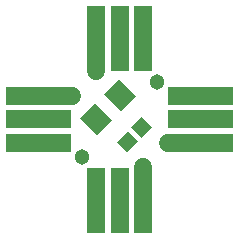
<source format=gbr>
G04 EAGLE Gerber RS-274X export*
G75*
%MOMM*%
%FSLAX34Y34*%
%LPD*%
%INSoldermask Top*%
%IPPOS*%
%AMOC8*
5,1,8,0,0,1.08239X$1,22.5*%
G01*
%ADD10C,1.303200*%
%ADD11C,1.500000*%
%ADD12R,1.609600X1.609600*%
%ADD13R,5.200000X1.500000*%
%ADD14R,1.500000X5.200000*%
%ADD15R,1.803200X2.006200*%
%ADD16C,1.422400*%
%ADD17R,1.303200X1.203200*%


D10*
X133350Y133350D03*
X69850Y69850D03*
D11*
X61020Y121600D02*
X60520Y121600D01*
D12*
X53020Y121600D03*
X33020Y121600D03*
X13020Y121600D03*
X53020Y101600D03*
X33020Y101600D03*
X13020Y101600D03*
X53020Y81600D03*
X33020Y81600D03*
X13020Y81600D03*
D13*
X33020Y121600D03*
X33020Y101600D03*
X33020Y81600D03*
D11*
X142180Y81600D02*
X142680Y81600D01*
D12*
X150180Y81600D03*
X170180Y81600D03*
X190180Y81600D03*
X150180Y101600D03*
X170180Y101600D03*
X190180Y101600D03*
X150180Y121600D03*
X170180Y121600D03*
X190180Y121600D03*
D13*
X170180Y81600D03*
X170180Y101600D03*
X170180Y121600D03*
D11*
X121600Y61020D02*
X121600Y60520D01*
D12*
X121600Y53020D03*
X121600Y33020D03*
X121600Y13020D03*
X101600Y53020D03*
X101600Y33020D03*
X101600Y13020D03*
X81600Y53020D03*
X81600Y33020D03*
X81600Y13020D03*
D14*
X81600Y33020D03*
X101600Y33020D03*
X121600Y33020D03*
D11*
X81600Y142180D02*
X81600Y142680D01*
D12*
X81600Y150180D03*
X81600Y170180D03*
X81600Y190180D03*
X101600Y150180D03*
X101600Y170180D03*
X101600Y190180D03*
X121600Y150180D03*
X121600Y170180D03*
X121600Y190180D03*
D14*
X121600Y170180D03*
X101600Y170180D03*
X81600Y170180D03*
D15*
G36*
X94853Y100988D02*
X82102Y88237D01*
X67917Y102422D01*
X80668Y115173D01*
X94853Y100988D01*
G37*
G36*
X114963Y121098D02*
X102212Y108347D01*
X88027Y122532D01*
X100778Y135283D01*
X114963Y121098D01*
G37*
D16*
X82460Y102780D03*
X100420Y120740D03*
D17*
G36*
X111449Y94557D02*
X120663Y103771D01*
X129171Y95263D01*
X119957Y86049D01*
X111449Y94557D01*
G37*
G36*
X99429Y82537D02*
X108643Y91751D01*
X117151Y83243D01*
X107937Y74029D01*
X99429Y82537D01*
G37*
M02*

</source>
